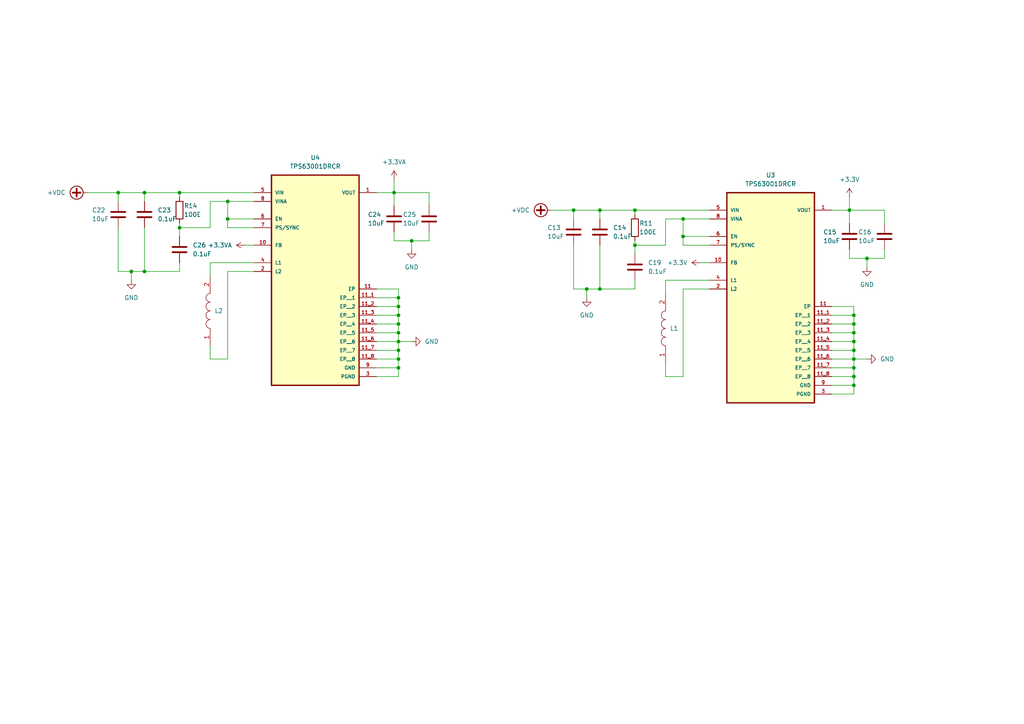
<source format=kicad_sch>
(kicad_sch (version 20230121) (generator eeschema)
  (paper "A4")
  (lib_symbols
    (symbol "Device:C" (pin_numbers hide) (pin_names (offset 0.254))
      (property "Reference" "C" (at 0.635 2.54 0))
      (property "Value" "C" (at 0.635 -2.54 0))
      (symbol "C_0_1"
        (polyline (pts (xy -2.032 -0.762) (xy 2.032 -0.762)) (stroke (width 0.508)))
        (polyline (pts (xy -2.032 0.762) (xy 2.032 0.762)) (stroke (width 0.508)))
      )
      (symbol "C_1_1"
        (pin passive line (at 0 3.81 270) (length 2.794) (name "~") (number "1"))
        (pin passive line (at 0 -3.81 90) (length 2.794) (name "~") (number "2"))
      )
    )
    (symbol "Device:R" (pin_numbers hide) (pin_names (offset 0))
      (property "Reference" "R" (at 2.032 0 90))
      (property "Value" "R" (at 0 0 90))
      (symbol "R_0_1"
        (rectangle (start -1.016 -2.54) (end 1.016 2.54) (stroke (width 0.254)))
      )
      (symbol "R_1_1"
        (pin passive line (at 0 3.81 270) (length 1.27) (name "~") (number "1"))
        (pin passive line (at 0 -3.81 90) (length 1.27) (name "~") (number "2"))
      )
    )
    (symbol "Dotworld:TPS63000DRCR" (pin_names (offset 1.016))
      (property "Reference" "U" (at -12.6278 20.8063 0))
      (property "Value" "TPS63000DRCR" (at -12.8025 -43.1601 0))
      (symbol "TPS63000DRCR_0_0"
        (rectangle (start -12.7 -40.64) (end 12.7 20.32) (stroke (width 0.4064)) (fill (type background)))
        (pin output line (at 17.78 15.24 180) (length 5.08) (name "VOUT") (number "1"))
        (pin input line (at -17.78 0 0) (length 5.08) (name "FB") (number "10"))
        (pin power_in line (at 17.78 -12.7 180) (length 5.08) (name "EP") (number "11"))
        (pin power_in line (at 17.78 -15.24 180) (length 5.08) (name "EP__1") (number "11_1"))
        (pin power_in line (at 17.78 -17.78 180) (length 5.08) (name "EP__2") (number "11_2"))
        (pin power_in line (at 17.78 -20.32 180) (length 5.08) (name "EP__3") (number "11_3"))
        (pin power_in line (at 17.78 -22.86 180) (length 5.08) (name "EP__4") (number "11_4"))
        (pin power_in line (at 17.78 -25.4 180) (length 5.08) (name "EP__5") (number "11_5"))
        (pin power_in line (at 17.78 -27.94 180) (length 5.08) (name "EP__6") (number "11_6"))
        (pin power_in line (at 17.78 -30.48 180) (length 5.08) (name "EP__7") (number "11_7"))
        (pin power_in line (at 17.78 -33.02 180) (length 5.08) (name "EP__8") (number "11_8"))
        (pin input line (at -17.78 -7.62 0) (length 5.08) (name "L2") (number "2"))
        (pin power_in line (at 17.78 -38.1 180) (length 5.08) (name "PGND") (number "3"))
        (pin input line (at -17.78 -5.08 0) (length 5.08) (name "L1") (number "4"))
        (pin input line (at -17.78 15.24 0) (length 5.08) (name "VIN") (number "5"))
        (pin input line (at -17.78 7.62 0) (length 5.08) (name "EN") (number "6"))
        (pin input line (at -17.78 5.08 0) (length 5.08) (name "PS/SYNC") (number "7"))
        (pin input line (at -17.78 12.7 0) (length 5.08) (name "VINA") (number "8"))
        (pin power_in line (at 17.78 -35.56 180) (length 5.08) (name "GND") (number "9"))
      )
    )
    (symbol "Symbols:SRN8040-100M_INDUC" (pin_names (offset 0.762))
      (property "Reference" "L" (at 16.51 6.35 0))
      (symbol "SRN8040-100M_INDUC_0_0"
        (pin passive line (at -10.16 0 0) (length 5.08) (name "~") (number "1"))
        (pin passive line (at 10.16 0 180) (length 5.08) (name "~") (number "2"))
      )
      (symbol "SRN8040-100M_INDUC_0_1"
        (arc (start -2.54 0) (mid -3.81 1.2202) (end -5.08 0) (stroke (width 0.1524)))
        (arc (start 0 0) (mid -1.27 1.2202) (end -2.54 0) (stroke (width 0.1524)))
        (arc (start 2.54 0) (mid 1.27 1.2202) (end 0 0) (stroke (width 0.1524)))
        (arc (start 5.08 0) (mid 3.81 1.2202) (end 2.54 0) (stroke (width 0.1524)))
      )
    )
    (symbol "power:+3.3V" (power) (pin_names (offset 0))
      (property "Value" "+3.3V" (at 0 3.556 0))
      (symbol "+3.3V_0_1"
        (polyline (pts (xy -0.762 1.27) (xy 0 2.54)))
        (polyline (pts (xy 0 0) (xy 0 2.54)))
        (polyline (pts (xy 0 2.54) (xy 0.762 1.27)))
      )
      (symbol "+3.3V_1_1"
        (pin power_in line (at 0 0 90) (length 0) hide (name "+3.3V") (number "1"))
      )
    )
    (symbol "power:+3.3VA" (power) (pin_names (offset 0))
      (property "Value" "+3.3VA" (at 0 3.556 0))
      (symbol "+3.3VA_0_1"
        (polyline (pts (xy -0.762 1.27) (xy 0 2.54)))
        (polyline (pts (xy 0 0) (xy 0 2.54)))
        (polyline (pts (xy 0 2.54) (xy 0.762 1.27)))
      )
      (symbol "+3.3VA_1_1"
        (pin power_in line (at 0 0 90) (length 0) hide (name "+3.3VA") (number "1"))
      )
    )
    (symbol "power:+VDC" (power) (pin_names (offset 0))
      (property "Value" "+VDC" (at 0 6.35 0))
      (symbol "+VDC_0_1"
        (polyline (pts (xy -1.143 3.175) (xy 1.143 3.175)) (stroke (width 0.508)))
        (polyline (pts (xy 0 0) (xy 0 1.27)))
        (polyline (pts (xy 0 2.032) (xy 0 4.318)) (stroke (width 0.508)))
        (circle (center 0 3.175) (radius 1.905) (stroke (width 0.254)))
      )
      (symbol "+VDC_1_1"
        (pin power_in line (at 0 0 90) (length 0) hide (name "+VDC") (number "1"))
      )
    )
    (symbol "power:GND" (power) (pin_names (offset 0))
      (property "Value" "GND" (at 0 -3.81 0))
      (symbol "GND_0_1"
        (polyline (pts (xy 0 0) (xy 0 -1.27) (xy 1.27 -1.27) (xy 0 -2.54) (xy -1.27 -1.27) (xy 0 -1.27)))
      )
      (symbol "GND_1_1"
        (pin power_in line (at 0 0 270) (length 0) hide (name "GND") (number "1"))
      )
    )
  )
  (junction (at 115.57 101.6))
  (junction (at 198.12 68.58))
  (junction (at 247.65 93.98))
  (junction (at 115.57 99.06))
  (junction (at 52.07 66.04))
  (junction (at 114.3 55.88))
  (junction (at 34.29 55.88))
  (junction (at 52.07 55.88))
  (junction (at 166.37 60.96))
  (junction (at 41.91 55.88))
  (junction (at 247.65 111.76))
  (junction (at 247.65 96.52))
  (junction (at 115.57 96.52))
  (junction (at 115.57 91.44))
  (junction (at 247.65 91.44))
  (junction (at 247.65 104.14))
  (junction (at 66.04 63.5))
  (junction (at 115.57 93.98))
  (junction (at 246.38 60.96))
  (junction (at 184.15 71.12))
  (junction (at 173.99 83.82))
  (junction (at 119.38 69.85))
  (junction (at 247.65 99.06))
  (junction (at 251.46 74.93))
  (junction (at 115.57 86.36))
  (junction (at 41.91 78.74))
  (junction (at 173.99 60.96))
  (junction (at 247.65 101.6))
  (junction (at 247.65 109.22))
  (junction (at 115.57 88.9))
  (junction (at 170.18 83.82))
  (junction (at 66.04 58.42))
  (junction (at 198.12 63.5))
  (junction (at 247.65 106.68))
  (junction (at 184.15 60.96))
  (junction (at 38.1 78.74))
  (junction (at 115.57 104.14))
  (junction (at 115.57 106.68))
  (wire (pts (xy 205.74 83.82) (xy 198.12 83.82)))
  (wire (pts (xy 246.38 74.93) (xy 251.46 74.93)))
  (wire (pts (xy 241.3 111.76) (xy 247.65 111.76)))
  (wire (pts (xy 173.99 60.96) (xy 173.99 63.5)))
  (wire (pts (xy 203.2 76.2) (xy 205.74 76.2)))
  (wire (pts (xy 41.91 55.88) (xy 41.91 58.42)))
  (wire (pts (xy 41.91 78.74) (xy 41.91 66.04)))
  (wire (pts (xy 115.57 96.52) (xy 115.57 99.06)))
  (wire (pts (xy 198.12 63.5) (xy 198.12 68.58)))
  (wire (pts (xy 34.29 55.88) (xy 41.91 55.88)))
  (wire (pts (xy 256.54 60.96) (xy 256.54 64.77)))
  (wire (pts (xy 247.65 109.22) (xy 247.65 111.76)))
  (wire (pts (xy 247.65 99.06) (xy 247.65 101.6)))
  (wire (pts (xy 184.15 83.82) (xy 184.15 81.28)))
  (wire (pts (xy 66.04 63.5) (xy 66.04 66.04)))
  (wire (pts (xy 246.38 57.15) (xy 246.38 60.96)))
  (wire (pts (xy 166.37 60.96) (xy 173.99 60.96)))
  (wire (pts (xy 193.04 63.5) (xy 198.12 63.5)))
  (wire (pts (xy 124.46 69.85) (xy 124.46 67.31)))
  (wire (pts (xy 73.66 78.74) (xy 66.04 78.74)))
  (wire (pts (xy 198.12 71.12) (xy 205.74 71.12)))
  (wire (pts (xy 109.22 88.9) (xy 115.57 88.9)))
  (wire (pts (xy 247.65 96.52) (xy 247.65 99.06)))
  (wire (pts (xy 241.3 99.06) (xy 247.65 99.06)))
  (wire (pts (xy 246.38 60.96) (xy 246.38 64.77)))
  (wire (pts (xy 34.29 58.42) (xy 34.29 55.88)))
  (wire (pts (xy 115.57 106.68) (xy 115.57 109.22)))
  (wire (pts (xy 115.57 91.44) (xy 115.57 93.98)))
  (wire (pts (xy 66.04 58.42) (xy 73.66 58.42)))
  (wire (pts (xy 241.3 101.6) (xy 247.65 101.6)))
  (wire (pts (xy 109.22 55.88) (xy 114.3 55.88)))
  (wire (pts (xy 114.3 67.31) (xy 114.3 69.85)))
  (wire (pts (xy 114.3 52.07) (xy 114.3 55.88)))
  (wire (pts (xy 109.22 86.36) (xy 115.57 86.36)))
  (wire (pts (xy 160.02 60.96) (xy 166.37 60.96)))
  (wire (pts (xy 173.99 83.82) (xy 173.99 71.12)))
  (wire (pts (xy 247.65 88.9) (xy 247.65 91.44)))
  (wire (pts (xy 109.22 104.14) (xy 115.57 104.14)))
  (wire (pts (xy 109.22 101.6) (xy 115.57 101.6)))
  (wire (pts (xy 52.07 55.88) (xy 73.66 55.88)))
  (wire (pts (xy 109.22 109.22) (xy 115.57 109.22)))
  (wire (pts (xy 66.04 58.42) (xy 66.04 63.5)))
  (wire (pts (xy 247.65 104.14) (xy 247.65 106.68)))
  (wire (pts (xy 173.99 83.82) (xy 184.15 83.82)))
  (wire (pts (xy 115.57 99.06) (xy 119.38 99.06)))
  (wire (pts (xy 241.3 91.44) (xy 247.65 91.44)))
  (wire (pts (xy 247.65 101.6) (xy 247.65 104.14)))
  (wire (pts (xy 52.07 55.88) (xy 52.07 57.15)))
  (wire (pts (xy 184.15 60.96) (xy 184.15 62.23)))
  (wire (pts (xy 38.1 81.28) (xy 38.1 78.74)))
  (wire (pts (xy 198.12 68.58) (xy 205.74 68.58)))
  (wire (pts (xy 114.3 55.88) (xy 124.46 55.88)))
  (wire (pts (xy 119.38 69.85) (xy 119.38 72.39)))
  (wire (pts (xy 115.57 93.98) (xy 115.57 96.52)))
  (wire (pts (xy 241.3 109.22) (xy 247.65 109.22)))
  (wire (pts (xy 198.12 83.82) (xy 198.12 109.22)))
  (wire (pts (xy 114.3 69.85) (xy 119.38 69.85)))
  (wire (pts (xy 60.96 80.01) (xy 60.96 76.2)))
  (wire (pts (xy 241.3 60.96) (xy 246.38 60.96)))
  (wire (pts (xy 198.12 109.22) (xy 193.04 109.22)))
  (wire (pts (xy 115.57 86.36) (xy 115.57 88.9)))
  (wire (pts (xy 119.38 69.85) (xy 124.46 69.85)))
  (wire (pts (xy 114.3 55.88) (xy 114.3 59.69)))
  (wire (pts (xy 193.04 71.12) (xy 193.04 63.5)))
  (wire (pts (xy 193.04 81.28) (xy 205.74 81.28)))
  (wire (pts (xy 241.3 106.68) (xy 247.65 106.68)))
  (wire (pts (xy 60.96 66.04) (xy 60.96 58.42)))
  (wire (pts (xy 184.15 71.12) (xy 184.15 73.66)))
  (wire (pts (xy 60.96 58.42) (xy 66.04 58.42)))
  (wire (pts (xy 247.65 104.14) (xy 251.46 104.14)))
  (wire (pts (xy 109.22 106.68) (xy 115.57 106.68)))
  (wire (pts (xy 173.99 60.96) (xy 184.15 60.96)))
  (wire (pts (xy 115.57 101.6) (xy 115.57 104.14)))
  (wire (pts (xy 52.07 78.74) (xy 52.07 76.2)))
  (wire (pts (xy 246.38 60.96) (xy 256.54 60.96)))
  (wire (pts (xy 115.57 104.14) (xy 115.57 106.68)))
  (wire (pts (xy 198.12 68.58) (xy 198.12 71.12)))
  (wire (pts (xy 247.65 91.44) (xy 247.65 93.98)))
  (wire (pts (xy 247.65 93.98) (xy 247.65 96.52)))
  (wire (pts (xy 38.1 78.74) (xy 41.91 78.74)))
  (wire (pts (xy 52.07 66.04) (xy 60.96 66.04)))
  (wire (pts (xy 170.18 86.36) (xy 170.18 83.82)))
  (wire (pts (xy 115.57 83.82) (xy 115.57 86.36)))
  (wire (pts (xy 241.3 88.9) (xy 247.65 88.9)))
  (wire (pts (xy 41.91 78.74) (xy 52.07 78.74)))
  (wire (pts (xy 241.3 93.98) (xy 247.65 93.98)))
  (wire (pts (xy 193.04 109.22) (xy 193.04 105.41)))
  (wire (pts (xy 41.91 55.88) (xy 52.07 55.88)))
  (wire (pts (xy 247.65 111.76) (xy 247.65 114.3)))
  (wire (pts (xy 241.3 114.3) (xy 247.65 114.3)))
  (wire (pts (xy 34.29 78.74) (xy 38.1 78.74)))
  (wire (pts (xy 193.04 85.09) (xy 193.04 81.28)))
  (wire (pts (xy 166.37 63.5) (xy 166.37 60.96)))
  (wire (pts (xy 52.07 66.04) (xy 52.07 68.58)))
  (wire (pts (xy 241.3 96.52) (xy 247.65 96.52)))
  (wire (pts (xy 184.15 60.96) (xy 205.74 60.96)))
  (wire (pts (xy 25.4 55.88) (xy 34.29 55.88)))
  (wire (pts (xy 52.07 64.77) (xy 52.07 66.04)))
  (wire (pts (xy 109.22 83.82) (xy 115.57 83.82)))
  (wire (pts (xy 247.65 106.68) (xy 247.65 109.22)))
  (wire (pts (xy 66.04 66.04) (xy 73.66 66.04)))
  (wire (pts (xy 109.22 96.52) (xy 115.57 96.52)))
  (wire (pts (xy 71.12 71.12) (xy 73.66 71.12)))
  (wire (pts (xy 241.3 104.14) (xy 247.65 104.14)))
  (wire (pts (xy 166.37 71.12) (xy 166.37 83.82)))
  (wire (pts (xy 124.46 55.88) (xy 124.46 59.69)))
  (wire (pts (xy 66.04 104.14) (xy 60.96 104.14)))
  (wire (pts (xy 115.57 88.9) (xy 115.57 91.44)))
  (wire (pts (xy 66.04 63.5) (xy 73.66 63.5)))
  (wire (pts (xy 60.96 104.14) (xy 60.96 100.33)))
  (wire (pts (xy 34.29 66.04) (xy 34.29 78.74)))
  (wire (pts (xy 109.22 99.06) (xy 115.57 99.06)))
  (wire (pts (xy 198.12 63.5) (xy 205.74 63.5)))
  (wire (pts (xy 184.15 69.85) (xy 184.15 71.12)))
  (wire (pts (xy 109.22 91.44) (xy 115.57 91.44)))
  (wire (pts (xy 251.46 74.93) (xy 251.46 77.47)))
  (wire (pts (xy 166.37 83.82) (xy 170.18 83.82)))
  (wire (pts (xy 256.54 74.93) (xy 256.54 72.39)))
  (wire (pts (xy 109.22 93.98) (xy 115.57 93.98)))
  (wire (pts (xy 246.38 72.39) (xy 246.38 74.93)))
  (wire (pts (xy 66.04 78.74) (xy 66.04 104.14)))
  (wire (pts (xy 251.46 74.93) (xy 256.54 74.93)))
  (wire (pts (xy 184.15 71.12) (xy 193.04 71.12)))
  (wire (pts (xy 115.57 99.06) (xy 115.57 101.6)))
  (wire (pts (xy 170.18 83.82) (xy 173.99 83.82)))
  (wire (pts (xy 60.96 76.2) (xy 73.66 76.2)))
  (symbol (lib_id "power:GND") (at 119.38 72.39 0) (unit 1)
    (property "Reference" "#PWR027" (effects hide))
    (property "Value" "GND" (at 119.38 77.47 0))
  )
  (symbol (lib_id "Dotworld:TPS63000DRCR") (at 91.44 71.12 0) (unit 1)
    (property "Reference" "U4" (at 91.44 45.72 0))
    (property "Value" "TPS63001DRCR" (at 91.44 48.26 0))
    (property "Footprint" "Dotworld:TPS63000DRCR" (effects hide))
    (property "PARTREV" "OCT 2015" (effects hide))
    (property "STANDARD" "Manufacturer Recommendation" (effects hide))
    (property "MANUFACTURER" "Texas Instruments" (effects hide))
  )
  (symbol (lib_id "Dotworld:TPS63000DRCR") (at 223.52 76.2 0) (unit 1)
    (property "Reference" "U3" (at 223.52 50.8 0))
    (property "Value" "TPS63001DRCR" (at 223.52 53.34 0))
    (property "Footprint" "Dotworld:TPS63000DRCR" (effects hide))
    (property "PARTREV" "OCT 2015" (effects hide))
    (property "STANDARD" "Manufacturer Recommendation" (effects hide))
    (property "MANUFACTURER" "Texas Instruments" (effects hide))
  )
  (symbol (lib_id "Device:C") (at 184.15 77.47 0) (unit 1)
    (property "Reference" "C19" (at 187.96 76.2 0) (effects (justify left)))
    (property "Value" "0.1uF" (at 187.96 78.74 0) (effects (justify left)))
    (property "Footprint" "Capacitor_SMD:C_0402_1005Metric" (effects hide))
  )
  (symbol (lib_id "power:+VDC") (at 160.02 60.96 90) (unit 1)
    (property "Reference" "#PWR024" (effects hide))
    (property "Value" "+VDC" (at 153.67 60.96 90) (effects (justify left)))
  )
  (symbol (lib_id "Device:C") (at 34.29 62.23 0) (unit 1)
    (property "Reference" "C22" (at 26.67 60.96 0) (effects (justify left)))
    (property "Value" "10uF" (at 26.67 63.5 0) (effects (justify left)))
    (property "Footprint" "Capacitor_SMD:C_0603_1608Metric" (effects hide))
  )
  (symbol (lib_id "power:GND") (at 170.18 86.36 0) (unit 1)
    (property "Reference" "#PWR019" (effects hide))
    (property "Value" "GND" (at 170.18 91.44 0))
  )
  (symbol (lib_id "Device:R") (at 184.15 66.04 0) (unit 1)
    (property "Reference" "R11" (at 185.42 64.77 0) (effects (justify left)))
    (property "Value" "100E" (at 185.42 67.31 0) (effects (justify left)))
    (property "Footprint" "Resistor_SMD:R_0402_1005Metric" (effects hide))
  )
  (symbol (lib_id "Device:R") (at 52.07 60.96 0) (unit 1)
    (property "Reference" "R14" (at 53.34 59.69 0) (effects (justify left)))
    (property "Value" "100E" (at 53.34 62.23 0) (effects (justify left)))
    (property "Footprint" "Resistor_SMD:R_0402_1005Metric" (effects hide))
  )
  (symbol (lib_id "Device:C") (at 41.91 62.23 0) (unit 1)
    (property "Reference" "C23" (at 45.72 60.96 0) (effects (justify left)))
    (property "Value" "0.1uF" (at 45.72 63.5 0) (effects (justify left)))
    (property "Footprint" "Capacitor_SMD:C_0603_1608Metric" (effects hide))
  )
  (symbol (lib_id "power:+3.3VA") (at 114.3 52.07 0) (unit 1)
    (property "Reference" "#PWR023" (effects hide))
    (property "Value" "+3.3VA" (at 114.3 46.99 0))
  )
  (symbol (lib_id "power:+VDC") (at 25.4 55.88 90) (unit 1)
    (property "Reference" "#PWR012" (effects hide))
    (property "Value" "+VDC" (at 19.05 55.88 90) (effects (justify left)))
  )
  (symbol (lib_id "power:GND") (at 251.46 77.47 0) (unit 1)
    (property "Reference" "#PWR016" (effects hide))
    (property "Value" "GND" (at 251.46 82.55 0))
  )
  (symbol (lib_id "power:GND") (at 251.46 104.14 90) (unit 1)
    (property "Reference" "#PWR021" (effects hide))
    (property "Value" "GND" (at 255.27 104.14 90) (effects (justify right)))
  )
  (symbol (lib_id "Device:C") (at 246.38 68.58 0) (unit 1)
    (property "Reference" "C15" (at 238.76 67.31 0) (effects (justify left)))
    (property "Value" "10uF" (at 238.76 69.85 0) (effects (justify left)))
    (property "Footprint" "Capacitor_SMD:C_0603_1608Metric" (effects hide))
  )
  (symbol (lib_id "power:GND") (at 38.1 81.28 0) (unit 1)
    (property "Reference" "#PWR028" (effects hide))
    (property "Value" "GND" (at 38.1 86.36 0))
  )
  (symbol (lib_id "Device:C") (at 52.07 72.39 0) (unit 1)
    (property "Reference" "C26" (at 55.88 71.12 0) (effects (justify left)))
    (property "Value" "0.1uF" (at 55.88 73.66 0) (effects (justify left)))
    (property "Footprint" "Capacitor_SMD:C_0402_1005Metric" (effects hide))
  )
  (symbol (lib_id "Symbols:SRN8040-100M_INDUC") (at 60.96 90.17 90) (unit 1)
    (property "Reference" "L2" (at 62.23 90.17 90) (effects (justify right)))
    (property "Value" "2.2uH" (effects hide))
    (property "Footprint" "Footprints:IND_IHLP-2525CZ-01_VIS-M" (effects hide))
  )
  (symbol (lib_id "power:+3.3V") (at 246.38 57.15 0) (unit 1)
    (property "Reference" "#PWR011" (effects hide))
    (property "Value" "+3.3V" (at 246.38 52.07 0))
  )
  (symbol (lib_id "power:+3.3V") (at 203.2 76.2 90) (unit 1)
    (property "Reference" "#PWR015" (effects hide))
    (property "Value" "+3.3V" (at 199.39 76.2 90) (effects (justify left)))
  )
  (symbol (lib_id "Device:C") (at 124.46 63.5 0) (unit 1)
    (property "Reference" "C25" (at 116.84 62.23 0) (effects (justify left)))
    (property "Value" "10uF" (at 116.84 64.77 0) (effects (justify left)))
    (property "Footprint" "Capacitor_SMD:C_0603_1608Metric" (effects hide))
  )
  (symbol (lib_id "Symbols:SRN8040-100M_INDUC") (at 193.04 95.25 90) (unit 1)
    (property "Reference" "L1" (at 194.31 95.25 90) (effects (justify right)))
    (property "Value" "SRN8040-100M_INDUC" (effects hide))
    (property "Footprint" "Footprints:IND_IHLP-2525CZ-01_VIS-M" (effects hide))
  )
  (symbol (lib_id "power:+3.3VA") (at 71.12 71.12 90) (unit 1)
    (property "Reference" "#PWR026" (effects hide))
    (property "Value" "+3.3VA" (at 67.31 71.12 90) (effects (justify left)))
  )
  (symbol (lib_id "power:GND") (at 119.38 99.06 90) (unit 1)
    (property "Reference" "#PWR032" (effects hide))
    (property "Value" "GND" (at 123.19 99.06 90) (effects (justify right)))
  )
  (symbol (lib_id "Device:C") (at 114.3 63.5 0) (unit 1)
    (property "Reference" "C24" (at 106.68 62.23 0) (effects (justify left)))
    (property "Value" "10uF" (at 106.68 64.77 0) (effects (justify left)))
    (property "Footprint" "Capacitor_SMD:C_0603_1608Metric" (effects hide))
  )
  (symbol (lib_id "Device:C") (at 166.37 67.31 0) (unit 1)
    (property "Reference" "C13" (at 158.75 66.04 0) (effects (justify left)))
    (property "Value" "10uF" (at 158.75 68.58 0) (effects (justify left)))
    (property "Footprint" "Capacitor_SMD:C_0603_1608Metric" (effects hide))
  )
  (symbol (lib_id "Device:C") (at 173.99 67.31 0) (unit 1)
    (property "Reference" "C14" (at 177.8 66.04 0) (effects (justify left)))
    (property "Value" "0.1uF" (at 177.8 68.58 0) (effects (justify left)))
    (property "Footprint" "Capacitor_SMD:C_0603_1608Metric" (effects hide))
  )
  (symbol (lib_id "Device:C") (at 256.54 68.58 0) (unit 1)
    (property "Reference" "C16" (at 248.92 67.31 0) (effects (justify left)))
    (property "Value" "10uF" (at 248.92 69.85 0) (effects (justify left)))
    (property "Footprint" "Capacitor_SMD:C_0603_1608Metric" (effects hide))
  )
)
</source>
